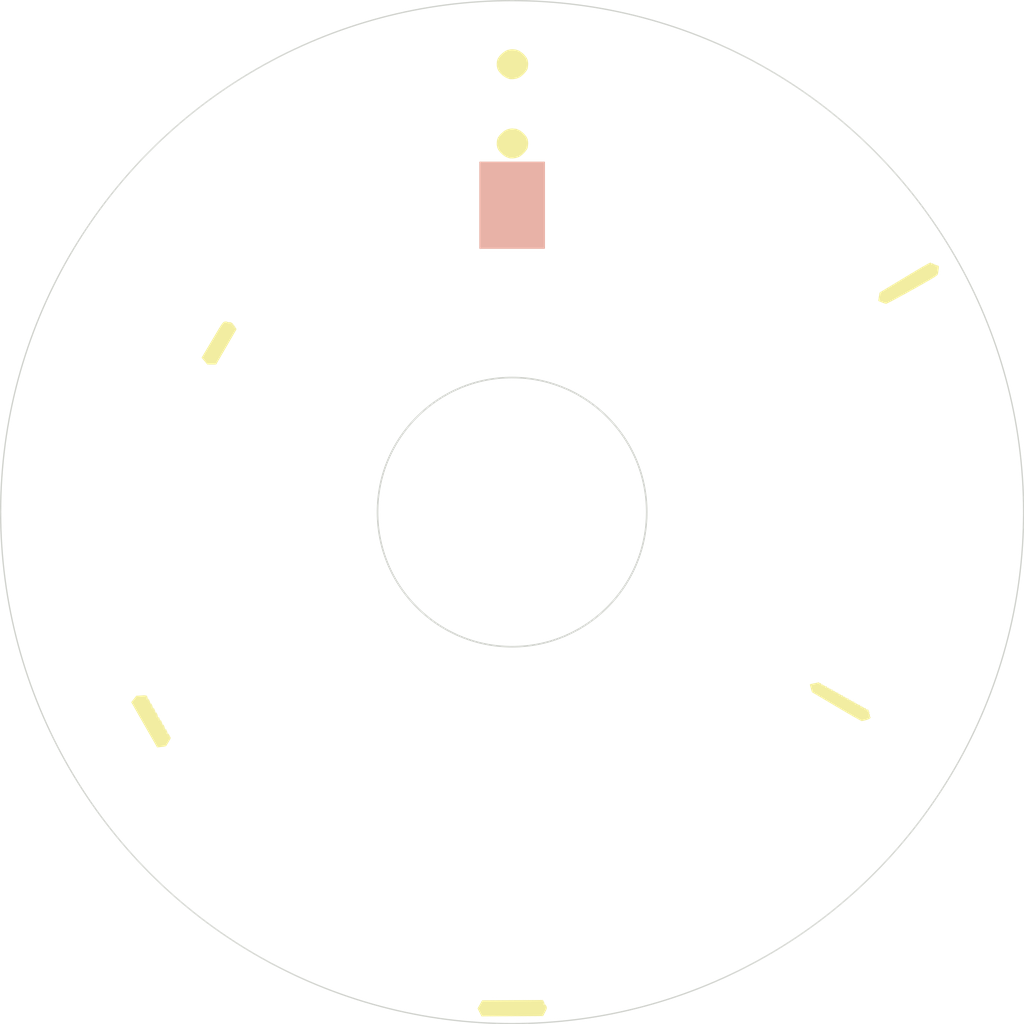
<source format=kicad_pcb>
(kicad_pcb (version 20171130) (host pcbnew 5.1.10-88a1d61d58~88~ubuntu20.10.1)

  (general
    (thickness 1.6)
    (drawings 3)
    (tracks 0)
    (zones 0)
    (modules 1)
    (nets 1)
  )

  (page A4)
  (layers
    (0 F.Cu signal)
    (31 B.Cu signal)
    (32 B.Adhes user)
    (33 F.Adhes user)
    (34 B.Paste user)
    (35 F.Paste user)
    (36 B.SilkS user)
    (37 F.SilkS user)
    (38 B.Mask user)
    (39 F.Mask user)
    (40 Dwgs.User user)
    (41 Cmts.User user)
    (42 Eco1.User user)
    (43 Eco2.User user)
    (44 Edge.Cuts user)
    (45 Margin user)
    (46 B.CrtYd user)
    (47 F.CrtYd user)
    (48 B.Fab user)
    (49 F.Fab user)
  )

  (setup
    (last_trace_width 0.25)
    (trace_clearance 0.2)
    (zone_clearance 0.508)
    (zone_45_only no)
    (trace_min 0.2)
    (via_size 0.8)
    (via_drill 0.4)
    (via_min_size 0.4)
    (via_min_drill 0.3)
    (uvia_size 0.3)
    (uvia_drill 0.1)
    (uvias_allowed no)
    (uvia_min_size 0.2)
    (uvia_min_drill 0.1)
    (edge_width 0.05)
    (segment_width 0.2)
    (pcb_text_width 0.3)
    (pcb_text_size 1.5 1.5)
    (mod_edge_width 0.12)
    (mod_text_size 1 1)
    (mod_text_width 0.15)
    (pad_size 1.524 1.524)
    (pad_drill 0.762)
    (pad_to_mask_clearance 0)
    (aux_axis_origin 0 0)
    (visible_elements FFFFFF7F)
    (pcbplotparams
      (layerselection 0x010fc_ffffffff)
      (usegerberextensions false)
      (usegerberattributes true)
      (usegerberadvancedattributes true)
      (creategerberjobfile true)
      (excludeedgelayer true)
      (linewidth 0.100000)
      (plotframeref false)
      (viasonmask false)
      (mode 1)
      (useauxorigin false)
      (hpglpennumber 1)
      (hpglpenspeed 20)
      (hpglpendiameter 15.000000)
      (psnegative false)
      (psa4output false)
      (plotreference true)
      (plotvalue true)
      (plotinvisibletext false)
      (padsonsilk false)
      (subtractmaskfromsilk false)
      (outputformat 1)
      (mirror false)
      (drillshape 1)
      (scaleselection 1)
      (outputdirectory ""))
  )

  (net 0 "")

  (net_class Default "This is the default net class."
    (clearance 0.2)
    (trace_width 0.25)
    (via_dia 0.8)
    (via_drill 0.4)
    (uvia_dia 0.3)
    (uvia_drill 0.1)
  )

  (module tools:pattern (layer F.Cu) (tedit 0) (tstamp 613E505C)
    (at 100 100)
    (fp_text reference G*** (at 0 0) (layer F.SilkS) hide
      (effects (font (size 1.524 1.524) (thickness 0.3)))
    )
    (fp_text value LOGO (at 0.75 0) (layer F.SilkS) hide
      (effects (font (size 1.524 1.524) (thickness 0.3)))
    )
    (fp_poly (pts (xy 2.94621 45.475458) (xy 2.996477 45.606644) (xy 2.998879 45.69313) (xy 2.99842 45.693904)
      (xy 3.00878 45.767397) (xy 3.034837 45.790349) (xy 3.076459 45.798341) (xy 3.061975 45.764777)
      (xy 3.041826 45.702919) (xy 3.051282 45.696262) (xy 3.097124 45.743199) (xy 3.166217 45.857479)
      (xy 3.172897 45.870232) (xy 3.216398 45.96797) (xy 3.224752 46.055944) (xy 3.191512 46.168147)
      (xy 3.110227 46.338568) (xy 3.068757 46.419181) (xy 2.874654 46.794159) (xy 0.017943 46.809562)
      (xy -2.838768 46.824966) (xy -3.020589 46.461108) (xy -3.202411 46.097251) (xy -3.1607 46.022664)
      (xy 3.145327 46.022664) (xy 3.175 46.052336) (xy 3.204673 46.022664) (xy 3.175 45.992991)
      (xy 3.145327 46.022664) (xy -3.1607 46.022664) (xy -3.094324 45.903972) (xy 3.085981 45.903972)
      (xy 3.115654 45.933645) (xy 3.145327 45.903972) (xy 3.115654 45.874299) (xy 3.085981 45.903972)
      (xy -3.094324 45.903972) (xy -2.991355 45.719848) (xy -2.928384 45.607243) (xy 2.907944 45.607243)
      (xy 2.937617 45.636916) (xy 2.96729 45.607243) (xy 2.937617 45.57757) (xy 2.907944 45.607243)
      (xy -2.928384 45.607243) (xy -2.862008 45.488551) (xy 2.848598 45.488551) (xy 2.878271 45.518224)
      (xy 2.907944 45.488551) (xy 2.878271 45.458879) (xy 2.848598 45.488551) (xy -2.862008 45.488551)
      (xy -2.795632 45.36986) (xy 2.789252 45.36986) (xy 2.818925 45.399533) (xy 2.848598 45.36986)
      (xy 2.818925 45.340187) (xy 2.789252 45.36986) (xy -2.795632 45.36986) (xy -2.7803 45.342445)
      (xy 0.040317 45.326479) (xy 2.860933 45.310514) (xy 2.94621 45.475458)) (layer F.SilkS) (width 0.01))
    (fp_poly (pts (xy -34.042363 17.021589) (xy -33.959675 17.043945) (xy -33.912827 17.092153) (xy -33.888312 17.140545)
      (xy -33.851696 17.263263) (xy -33.85699 17.329318) (xy -33.845074 17.400406) (xy -33.818901 17.423059)
      (xy -33.777279 17.431051) (xy -33.791763 17.397487) (xy -33.811912 17.33563) (xy -33.802456 17.328972)
      (xy -33.749788 17.377943) (xy -33.686262 17.492467) (xy -33.633584 17.623958) (xy -33.613455 17.723829)
      (xy -33.617935 17.742035) (xy -33.607576 17.815528) (xy -33.581518 17.83848) (xy -33.539896 17.846472)
      (xy -33.55438 17.812908) (xy -33.574529 17.75105) (xy -33.565073 17.744393) (xy -33.512405 17.793364)
      (xy -33.448879 17.907888) (xy -33.3962 18.039378) (xy -33.376072 18.13925) (xy -33.380552 18.157455)
      (xy -33.370192 18.230948) (xy -33.344135 18.253901) (xy -33.302513 18.261892) (xy -33.316997 18.228328)
      (xy -33.337146 18.166471) (xy -33.32769 18.159813) (xy -33.275022 18.208784) (xy -33.211496 18.323308)
      (xy -33.158817 18.454799) (xy -33.138689 18.554671) (xy -33.143169 18.572876) (xy -33.132809 18.646369)
      (xy -33.106752 18.669321) (xy -33.06513 18.677313) (xy -33.079613 18.643749) (xy -33.099762 18.581891)
      (xy -33.090307 18.575234) (xy -33.037638 18.624205) (xy -32.974113 18.738729) (xy -32.921434 18.870219)
      (xy -32.901306 18.970091) (xy -32.905786 18.988296) (xy -32.895426 19.061789) (xy -32.869369 19.084742)
      (xy -32.826737 19.091071) (xy -32.843129 19.044333) (xy -32.845446 19.020095) (xy -32.791643 19.07797)
      (xy -32.729403 19.193698) (xy -32.725304 19.268943) (xy -32.711035 19.362138) (xy -32.687771 19.383671)
      (xy -32.64992 19.388085) (xy -32.664193 19.355898) (xy -32.684342 19.294041) (xy -32.674886 19.287383)
      (xy -32.622218 19.336355) (xy -32.558692 19.450878) (xy -32.506013 19.582369) (xy -32.485885 19.682241)
      (xy -32.490365 19.700446) (xy -32.480006 19.773939) (xy -32.453948 19.796891) (xy -32.412326 19.804883)
      (xy -32.42681 19.771319) (xy -32.446959 19.709461) (xy -32.437503 19.702804) (xy -32.384835 19.751775)
      (xy -32.321309 19.866299) (xy -32.26863 19.997789) (xy -32.248502 20.097661) (xy -32.252982 20.115866)
      (xy -32.242622 20.18936) (xy -32.216565 20.212312) (xy -32.174943 20.220304) (xy -32.189426 20.18674)
      (xy -32.209575 20.124882) (xy -32.20012 20.118224) (xy -32.147451 20.167196) (xy -32.083926 20.281719)
      (xy -32.031247 20.41321) (xy -32.011119 20.513082) (xy -32.015599 20.531287) (xy -32.005239 20.60478)
      (xy -31.979182 20.627732) (xy -31.93756 20.635724) (xy -31.952043 20.60216) (xy -31.972014 20.540311)
      (xy -31.962419 20.533645) (xy -31.918442 20.581345) (xy -31.846064 20.70112) (xy -31.815876 20.758227)
      (xy -31.701303 20.982809) (xy -31.895828 21.32602) (xy -32.003144 21.509335) (xy -32.09285 21.651853)
      (xy -32.142723 21.71938) (xy -32.225352 21.750653) (xy -32.389458 21.782886) (xy -32.580841 21.807057)
      (xy -32.966589 21.844584) (xy -33.462861 20.978738) (xy -31.809346 20.978738) (xy -31.779673 21.008411)
      (xy -31.75 20.978738) (xy -31.779673 20.949065) (xy -31.809346 20.978738) (xy -33.462861 20.978738)
      (xy -33.530891 20.860047) (xy -31.868692 20.860047) (xy -31.839019 20.88972) (xy -31.809346 20.860047)
      (xy -31.839019 20.830374) (xy -31.868692 20.860047) (xy -33.530891 20.860047) (xy -33.598922 20.741355)
      (xy -31.928037 20.741355) (xy -31.898364 20.771028) (xy -31.868692 20.741355) (xy -31.898364 20.711682)
      (xy -31.928037 20.741355) (xy -33.598922 20.741355) (xy -33.768998 20.444626) (xy -32.106075 20.444626)
      (xy -32.076402 20.474299) (xy -32.046729 20.444626) (xy -32.076402 20.414953) (xy -32.106075 20.444626)
      (xy -33.768998 20.444626) (xy -33.837028 20.325935) (xy -32.165421 20.325935) (xy -32.135748 20.355607)
      (xy -32.106075 20.325935) (xy -32.135748 20.296262) (xy -32.165421 20.325935) (xy -33.837028 20.325935)
      (xy -33.975467 20.084403) (xy -34.007097 20.029206) (xy -32.343458 20.029206) (xy -32.313785 20.058879)
      (xy -32.284112 20.029206) (xy -32.313785 19.999533) (xy -32.343458 20.029206) (xy -34.007097 20.029206)
      (xy -34.075114 19.910514) (xy -32.402804 19.910514) (xy -32.373131 19.940187) (xy -32.343458 19.910514)
      (xy -32.373131 19.880841) (xy -32.402804 19.910514) (xy -34.075114 19.910514) (xy -34.223391 19.651764)
      (xy -34.245146 19.613785) (xy -32.580841 19.613785) (xy -32.551168 19.643458) (xy -32.521495 19.613785)
      (xy -32.551168 19.584112) (xy -32.580841 19.613785) (xy -34.245146 19.613785) (xy -34.313135 19.495093)
      (xy -32.640187 19.495093) (xy -32.610514 19.524766) (xy -32.580841 19.495093) (xy -32.610514 19.465421)
      (xy -32.640187 19.495093) (xy -34.313135 19.495093) (xy -34.460685 19.237507) (xy -34.483096 19.198365)
      (xy -32.818224 19.198365) (xy -32.788551 19.228037) (xy -32.758878 19.198365) (xy -32.788551 19.168692)
      (xy -32.818224 19.198365) (xy -34.483096 19.198365) (xy -34.652995 18.901636) (xy -32.996262 18.901636)
      (xy -32.966589 18.931308) (xy -32.936916 18.901636) (xy -32.966589 18.871963) (xy -32.996262 18.901636)
      (xy -34.652995 18.901636) (xy -34.678778 18.856607) (xy -34.720933 18.782944) (xy -33.055607 18.782944)
      (xy -33.025935 18.812617) (xy -32.996262 18.782944) (xy -33.025935 18.753271) (xy -33.055607 18.782944)
      (xy -34.720933 18.782944) (xy -34.8691 18.524039) (xy -34.890729 18.486215) (xy -33.233645 18.486215)
      (xy -33.203972 18.515888) (xy -33.174299 18.486215) (xy -33.203972 18.456542) (xy -33.233645 18.486215)
      (xy -34.890729 18.486215) (xy -34.958605 18.367523) (xy -33.292991 18.367523) (xy -33.263318 18.397196)
      (xy -33.233645 18.367523) (xy -33.263318 18.33785) (xy -33.292991 18.367523) (xy -34.958605 18.367523)
      (xy -35.02308 18.254777) (xy -35.128153 18.070794) (xy -33.471028 18.070794) (xy -33.441355 18.100467)
      (xy -33.411682 18.070794) (xy -33.441355 18.041122) (xy -33.471028 18.070794) (xy -35.128153 18.070794)
      (xy -35.132149 18.063797) (xy -35.174825 17.98886) (xy -35.195702 17.952103) (xy -33.530374 17.952103)
      (xy -33.500701 17.981776) (xy -33.471028 17.952103) (xy -33.500701 17.92243) (xy -33.530374 17.952103)
      (xy -35.195702 17.952103) (xy -35.364238 17.655374) (xy -33.708411 17.655374) (xy -33.678738 17.685047)
      (xy -33.649065 17.655374) (xy -33.678738 17.625701) (xy -33.708411 17.655374) (xy -35.364238 17.655374)
      (xy -35.365305 17.653497) (xy -35.273321 17.536682) (xy -33.767757 17.536682) (xy -33.738084 17.566355)
      (xy -33.708411 17.536682) (xy -33.738084 17.507009) (xy -33.767757 17.536682) (xy -35.273321 17.536682)
      (xy -35.13239 17.357707) (xy -35.039667 17.239953) (xy -33.945794 17.239953) (xy -33.916121 17.269626)
      (xy -33.886449 17.239953) (xy -33.916121 17.21028) (xy -33.945794 17.239953) (xy -35.039667 17.239953)
      (xy -34.946206 17.121262) (xy -34.00514 17.121262) (xy -33.975467 17.150935) (xy -33.945794 17.121262)
      (xy -33.975467 17.091589) (xy -34.00514 17.121262) (xy -34.946206 17.121262) (xy -34.899474 17.061916)
      (xy -34.425251 17.032243) (xy -34.188389 17.019537) (xy -34.042363 17.021589)) (layer F.SilkS) (width 0.01))
    (fp_poly (pts (xy 28.52158 15.822294) (xy 28.509001 15.856092) (xy 28.506968 15.900154) (xy 28.563364 15.887677)
      (xy 28.665855 15.887741) (xy 28.70096 15.916434) (xy 28.703488 15.955299) (xy 28.658352 15.939114)
      (xy 28.634114 15.936797) (xy 28.691989 15.9906) (xy 28.809687 16.052213) (xy 28.887945 16.055027)
      (xy 28.937363 16.058442) (xy 28.924422 16.093475) (xy 28.922414 16.137084) (xy 28.983767 16.123148)
      (xy 29.053305 16.113304) (xy 29.043113 16.152821) (xy 29.04108 16.196883) (xy 29.097476 16.184406)
      (xy 29.199967 16.18447) (xy 29.235073 16.213163) (xy 29.2376 16.252028) (xy 29.192464 16.235843)
      (xy 29.168226 16.233526) (xy 29.226101 16.287329) (xy 29.343799 16.348942) (xy 29.422057 16.351756)
      (xy 29.471476 16.355171) (xy 29.458534 16.390204) (xy 29.456526 16.433813) (xy 29.51788 16.419877)
      (xy 29.587417 16.410033) (xy 29.577225 16.44955) (xy 29.575192 16.493612) (xy 29.631588 16.481135)
      (xy 29.734079 16.481199) (xy 29.769185 16.509892) (xy 29.771712 16.548757) (xy 29.726576 16.532572)
      (xy 29.702338 16.530255) (xy 29.760213 16.584058) (xy 29.877911 16.645671) (xy 29.956169 16.648485)
      (xy 30.005588 16.6519) (xy 29.992646 16.686933) (xy 29.990638 16.730542) (xy 30.051992 16.716606)
      (xy 30.121529 16.706762) (xy 30.111338 16.746279) (xy 30.109304 16.790341) (xy 30.165701 16.777864)
      (xy 30.268191 16.777928) (xy 30.303297 16.806621) (xy 30.305825 16.845486) (xy 30.260688 16.829301)
      (xy 30.23645 16.826984) (xy 30.294325 16.880787) (xy 30.412024 16.9424) (xy 30.490281 16.945214)
      (xy 30.5397 16.948629) (xy 30.526758 16.983662) (xy 30.524725 17.027724) (xy 30.581121 17.015247)
      (xy 30.683612 17.015311) (xy 30.718717 17.044004) (xy 30.721245 17.082869) (xy 30.676109 17.066684)
      (xy 30.651871 17.064367) (xy 30.709746 17.11817) (xy 30.827444 17.179783) (xy 30.905702 17.182597)
      (xy 30.95512 17.186012) (xy 30.942179 17.221045) (xy 30.940171 17.264654) (xy 31.001524 17.250718)
      (xy 31.071062 17.240874) (xy 31.06087 17.280391) (xy 31.058837 17.324453) (xy 31.115233 17.311976)
      (xy 31.217724 17.31204) (xy 31.25283 17.340733) (xy 31.255357 17.379598) (xy 31.210221 17.363413)
      (xy 31.185983 17.361096) (xy 31.243858 17.414899) (xy 31.361556 17.476512) (xy 31.439814 17.479326)
      (xy 31.489233 17.482741) (xy 31.476291 17.517774) (xy 31.474283 17.561383) (xy 31.535637 17.547447)
      (xy 31.605174 17.537603) (xy 31.594982 17.57712) (xy 31.592949 17.621182) (xy 31.649345 17.608705)
      (xy 31.751836 17.608769) (xy 31.786942 17.637462) (xy 31.78947 17.676327) (xy 31.744333 17.660142)
      (xy 31.720095 17.657825) (xy 31.77797 17.711628) (xy 31.895668 17.773241) (xy 31.973926 17.776055)
      (xy 32.023345 17.77947) (xy 32.010403 17.814503) (xy 32.008395 17.858112) (xy 32.069749 17.844176)
      (xy 32.139286 17.834332) (xy 32.129095 17.873849) (xy 32.127061 17.917911) (xy 32.183458 17.905434)
      (xy 32.285948 17.905498) (xy 32.321054 17.934191) (xy 32.323582 17.973056) (xy 32.278445 17.956871)
      (xy 32.254207 17.954554) (xy 32.312082 18.008357) (xy 32.429781 18.06997) (xy 32.508038 18.072784)
      (xy 32.557457 18.076199) (xy 32.544515 18.111232) (xy 32.542507 18.154841) (xy 32.603861 18.140905)
      (xy 32.673398 18.131061) (xy 32.663207 18.170578) (xy 32.661174 18.21464) (xy 32.71757 18.202163)
      (xy 32.820061 18.202227) (xy 32.855166 18.23092) (xy 32.857694 18.269785) (xy 32.812557 18.2536)
      (xy 32.788319 18.251283) (xy 32.846194 18.305086) (xy 32.965508 18.366183) (xy 33.04622 18.367951)
      (xy 33.104051 18.373615) (xy 33.097967 18.455742) (xy 33.094247 18.538426) (xy 33.129092 18.536822)
      (xy 33.168327 18.551364) (xy 33.161804 18.653636) (xy 33.156884 18.759577) (xy 33.191476 18.772328)
      (xy 33.227367 18.79027) (xy 33.221149 18.891019) (xy 33.21628 18.99482) (xy 33.247923 19.011503)
      (xy 33.285122 19.028005) (xy 33.283719 19.08399) (xy 33.215923 19.16956) (xy 33.041199 19.253728)
      (xy 32.907103 19.297923) (xy 32.705007 19.353686) (xy 32.540652 19.390601) (xy 32.46215 19.400157)
      (xy 32.393937 19.369842) (xy 32.234592 19.284851) (xy 31.994896 19.151344) (xy 31.68563 18.975485)
      (xy 31.317573 18.763435) (xy 30.901508 18.521356) (xy 30.448214 18.255412) (xy 30.110119 18.055739)
      (xy 27.847108 16.715626) (xy 27.751124 16.370392) (xy 27.700331 16.184272) (xy 27.665537 16.050227)
      (xy 27.65514 16.002697) (xy 27.708345 15.980666) (xy 27.847291 15.945201) (xy 28.026051 15.907204)
      (xy 28.232318 15.86536) (xy 28.396756 15.829785) (xy 28.474227 15.810755) (xy 28.52158 15.822294)) (layer F.SilkS) (width 0.01))
    (fp_poly (pts (xy 32.996262 18.308178) (xy 32.966589 18.33785) (xy 32.936916 18.308178) (xy 32.966589 18.278505)
      (xy 32.996262 18.308178)) (layer F.SilkS) (width 0.01))
    (fp_poly (pts (xy 32.46215 18.011449) (xy 32.432477 18.041122) (xy 32.402804 18.011449) (xy 32.432477 17.981776)
      (xy 32.46215 18.011449)) (layer F.SilkS) (width 0.01))
    (fp_poly (pts (xy 31.928037 17.71472) (xy 31.898365 17.744393) (xy 31.868692 17.71472) (xy 31.898365 17.685047)
      (xy 31.928037 17.71472)) (layer F.SilkS) (width 0.01))
    (fp_poly (pts (xy 31.393925 17.417991) (xy 31.364252 17.447664) (xy 31.334579 17.417991) (xy 31.364252 17.388318)
      (xy 31.393925 17.417991)) (layer F.SilkS) (width 0.01))
    (fp_poly (pts (xy 30.859813 17.121262) (xy 30.83014 17.150935) (xy 30.800467 17.121262) (xy 30.83014 17.091589)
      (xy 30.859813 17.121262)) (layer F.SilkS) (width 0.01))
    (fp_poly (pts (xy 30.444393 16.883879) (xy 30.41472 16.913551) (xy 30.385047 16.883879) (xy 30.41472 16.854206)
      (xy 30.444393 16.883879)) (layer F.SilkS) (width 0.01))
    (fp_poly (pts (xy 29.91028 16.58715) (xy 29.880607 16.616822) (xy 29.850935 16.58715) (xy 29.880607 16.557477)
      (xy 29.91028 16.58715)) (layer F.SilkS) (width 0.01))
    (fp_poly (pts (xy 29.376168 16.290421) (xy 29.346495 16.320093) (xy 29.316822 16.290421) (xy 29.346495 16.260748)
      (xy 29.376168 16.290421)) (layer F.SilkS) (width 0.01))
    (fp_poly (pts (xy 28.842056 15.993692) (xy 28.812383 16.023365) (xy 28.78271 15.993692) (xy 28.812383 15.964019)
      (xy 28.842056 15.993692)) (layer F.SilkS) (width 0.01))
    (fp_poly (pts (xy -26.448248 -17.675545) (xy -26.450211 -17.666181) (xy -26.420048 -17.637825) (xy -26.305902 -17.63134)
      (xy -26.269025 -17.633769) (xy -26.148396 -17.635437) (xy -26.092816 -17.615362) (xy -26.11215 -17.596028)
      (xy -26.082477 -17.566355) (xy -26.052804 -17.596028) (xy -26.060445 -17.603669) (xy -26.055314 -17.601816)
      (xy -25.958965 -17.512363) (xy -25.828536 -17.346534) (xy -25.818972 -17.333732) (xy -25.701552 -17.167985)
      (xy -25.622806 -17.040513) (xy -25.599838 -16.979304) (xy -25.633086 -16.920935) (xy -25.718642 -16.772532)
      (xy -25.849209 -16.546701) (xy -26.017489 -16.25605) (xy -26.216187 -15.913184) (xy -26.438005 -15.53071)
      (xy -26.556759 -15.326051) (xy -27.495295 -13.708878) (xy -28.293526 -13.708878) (xy -28.563209 -14.024545)
      (xy -28.832891 -14.340212) (xy -27.843432 -16.00754) (xy -27.572612 -16.463521) (xy -27.354885 -16.827864)
      (xy -27.248697 -17.00257) (xy -25.696729 -17.00257) (xy -25.667056 -16.972897) (xy -25.637383 -17.00257)
      (xy -25.667056 -17.032243) (xy -25.696729 -17.00257) (xy -27.248697 -17.00257) (xy -27.182786 -17.111009)
      (xy -27.083045 -17.269175) (xy -25.870879 -17.269175) (xy -25.856142 -17.238443) (xy -25.82299 -17.195444)
      (xy -25.736369 -17.10318) (xy -25.697703 -17.103582) (xy -25.696729 -17.113995) (xy -25.737284 -17.163533)
      (xy -25.800584 -17.21785) (xy -25.870879 -17.269175) (xy -27.083045 -17.269175) (xy -27.048849 -17.3234)
      (xy -26.94561 -17.475478) (xy -26.92128 -17.506559) (xy -26.048916 -17.506559) (xy -26.03418 -17.475827)
      (xy -26.001028 -17.432827) (xy -25.914406 -17.340563) (xy -25.875741 -17.340965) (xy -25.874766 -17.351378)
      (xy -25.915322 -17.400917) (xy -25.978621 -17.455233) (xy -26.048916 -17.506559) (xy -26.92128 -17.506559)
      (xy -26.865603 -17.577685) (xy -26.801364 -17.640463) (xy -26.745427 -17.674254) (xy -26.690328 -17.6895)
      (xy -26.636417 -17.695886) (xy -26.504802 -17.697547) (xy -26.448248 -17.675545)) (layer F.SilkS) (width 0.01))
    (fp_poly (pts (xy 38.904729 -23.159564) (xy 38.892284 -23.130485) (xy 38.901469 -23.090507) (xy 38.980989 -23.100304)
      (xy 39.070283 -23.106805) (xy 39.069552 -23.069894) (xy 39.073451 -23.031368) (xy 39.131898 -23.045076)
      (xy 39.200454 -23.054194) (xy 39.200118 -23.029761) (xy 39.216042 -22.974695) (xy 39.30233 -22.934223)
      (xy 39.410657 -22.923768) (xy 39.473592 -22.942488) (xy 39.514179 -22.950583) (xy 39.49406 -22.906561)
      (xy 39.480775 -22.853378) (xy 39.54455 -22.865976) (xy 39.598838 -22.874669) (xy 39.622207 -22.83021)
      (xy 39.61934 -22.708885) (xy 39.604113 -22.564496) (xy 39.57561 -22.350241) (xy 39.544903 -22.165134)
      (xy 39.527687 -22.085386) (xy 39.498265 -22.039469) (xy 39.424753 -21.973924) (xy 39.299396 -21.884032)
      (xy 39.114439 -21.765073) (xy 38.862127 -21.61233) (xy 38.534702 -21.421083) (xy 38.124411 -21.186613)
      (xy 37.623498 -20.904202) (xy 37.162461 -20.64625) (xy 36.678493 -20.377478) (xy 36.224037 -20.127689)
      (xy 35.81002 -19.902702) (xy 35.447369 -19.708337) (xy 35.14701 -19.550413) (xy 34.919871 -19.434748)
      (xy 34.77688 -19.367162) (xy 34.731213 -19.351532) (xy 34.619935 -19.376377) (xy 34.447424 -19.434728)
      (xy 34.331542 -19.480568) (xy 34.163914 -19.551585) (xy 34.048429 -19.602085) (xy 34.01703 -19.617185)
      (xy 34.017276 -19.677123) (xy 34.035275 -19.821754) (xy 34.065244 -20.008548) (xy 34.13124 -20.387528)
      (xy 36.3897 -21.751357) (xy 36.987868 -22.111658) (xy 37.491549 -22.412841) (xy 37.90709 -22.658403)
      (xy 38.240835 -22.851841) (xy 38.499131 -22.996652) (xy 38.688323 -23.096333) (xy 38.814756 -23.154381)
      (xy 38.884776 -23.174292) (xy 38.904729 -23.159564)) (layer F.SilkS) (width 0.01))
    (fp_poly (pts (xy 39.346262 -22.996495) (xy 39.316589 -22.966822) (xy 39.286916 -22.996495) (xy 39.316589 -23.026168)
      (xy 39.346262 -22.996495)) (layer F.SilkS) (width 0.01))
    (fp_poly (pts (xy 0.372159 -35.591292) (xy 0.675056 -35.473329) (xy 0.96688 -35.260423) (xy 1.109286 -35.122771)
      (xy 1.311309 -34.884683) (xy 1.427952 -34.659874) (xy 1.477867 -34.404486) (xy 1.483645 -34.242523)
      (xy 1.470471 -34.03088) (xy 1.437346 -33.84052) (xy 1.420852 -33.786457) (xy 1.32141 -33.614845)
      (xy 1.154199 -33.413324) (xy 0.95182 -33.21534) (xy 0.746871 -33.054342) (xy 0.651411 -32.997017)
      (xy 0.385183 -32.899949) (xy 0.083113 -32.85076) (xy -0.19639 -32.857433) (xy -0.267056 -32.871508)
      (xy -0.578925 -32.990885) (xy -0.870039 -33.192138) (xy -1.04994 -33.362413) (xy -1.251995 -33.600446)
      (xy -1.36864 -33.825273) (xy -1.418537 -34.080762) (xy -1.424299 -34.242523) (xy -1.402074 -34.531721)
      (xy -1.322962 -34.767199) (xy -1.168312 -34.992815) (xy -1.04994 -35.122771) (xy -0.753417 -35.385245)
      (xy -0.459314 -35.546467) (xy -0.139113 -35.619773) (xy 0.029673 -35.62765) (xy 0.372159 -35.591292)) (layer F.SilkS) (width 0.01))
    (fp_poly (pts (xy 0.372159 -42.950171) (xy 0.675056 -42.832207) (xy 0.96688 -42.619301) (xy 1.109286 -42.48165)
      (xy 1.311309 -42.243561) (xy 1.427952 -42.018753) (xy 1.477867 -41.763364) (xy 1.483645 -41.601402)
      (xy 1.470471 -41.389759) (xy 1.437346 -41.199399) (xy 1.420852 -41.145335) (xy 1.32141 -40.973723)
      (xy 1.154199 -40.772202) (xy 0.95182 -40.574219) (xy 0.746871 -40.413221) (xy 0.651411 -40.355895)
      (xy 0.385183 -40.258827) (xy 0.083113 -40.209639) (xy -0.19639 -40.216311) (xy -0.267056 -40.230386)
      (xy -0.578925 -40.349763) (xy -0.870039 -40.551016) (xy -1.04994 -40.721292) (xy -1.251995 -40.959324)
      (xy -1.36864 -41.184151) (xy -1.418537 -41.439641) (xy -1.424299 -41.601402) (xy -1.402074 -41.8906)
      (xy -1.322962 -42.126077) (xy -1.168312 -42.351693) (xy -1.04994 -42.48165) (xy -0.753417 -42.744124)
      (xy -0.459314 -42.905346) (xy -0.139113 -42.978652) (xy 0.029673 -42.986528) (xy 0.372159 -42.950171)) (layer F.SilkS) (width 0.01))
  )

  (gr_poly (pts (xy 103 75.5) (xy 97 75.5) (xy 97 67.5) (xy 103 67.5)) (layer B.SilkS) (width 0.1))
  (gr_circle (center 100 100) (end 112.5 100) (layer Edge.Cuts) (width 0.15))
  (gr_circle (center 100 100) (end 147.5 100) (layer Edge.Cuts) (width 0.12))

)

</source>
